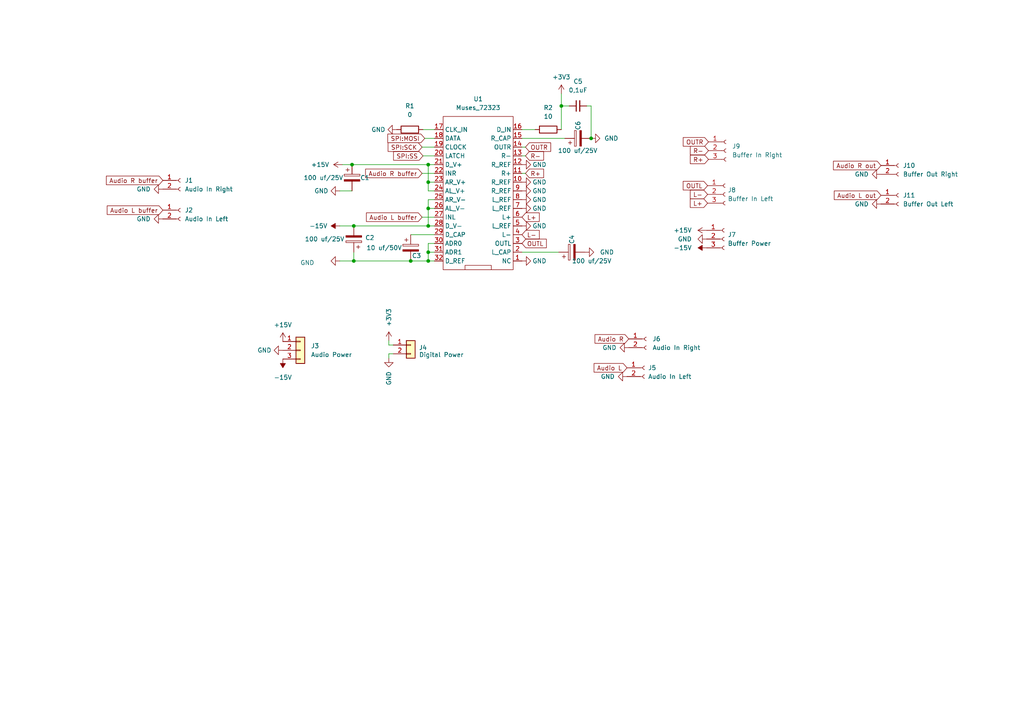
<source format=kicad_sch>
(kicad_sch (version 20231120) (generator "eeschema") (generator_version "8.0")
  (paper "A4")
  (lib_symbols
    (symbol "Connector:Conn_01x02_Female" (pin_names (offset 1.016) hide)
      (property "Reference" "J" (at 0 2.54 0))
      (property "Value" "Conn_01x02_Female" (at 0 -5.08 0))
      (symbol "Conn_01x02_Female_1_1"
        (arc (start 0 -2.032) (mid -0.5058 -2.54) (end 0 -3.048) (stroke (width 0.1524)))
        (polyline (pts (xy -1.27 -2.54) (xy -0.508 -2.54)) (stroke (width 0.1524)))
        (polyline (pts (xy -1.27 0) (xy -0.508 0)) (stroke (width 0.1524)))
        (arc (start 0 0.508) (mid -0.5058 0) (end 0 -0.508) (stroke (width 0.1524)))
        (pin passive line (at -5.08 0 0) (length 3.81) (name "Pin_1") (number "1"))
        (pin passive line (at -5.08 -2.54 0) (length 3.81) (name "Pin_2") (number "2"))
      )
    )
    (symbol "Connector:Conn_01x03_Female" (pin_names (offset 1.016) hide)
      (property "Reference" "J" (at 0 5.08 0))
      (property "Value" "Conn_01x03_Female" (at 0 -5.08 0))
      (symbol "Conn_01x03_Female_1_1"
        (arc (start 0 -2.032) (mid -0.5058 -2.54) (end 0 -3.048) (stroke (width 0.1524)))
        (polyline (pts (xy -1.27 -2.54) (xy -0.508 -2.54)) (stroke (width 0.1524)))
        (polyline (pts (xy -1.27 0) (xy -0.508 0)) (stroke (width 0.1524)))
        (polyline (pts (xy -1.27 2.54) (xy -0.508 2.54)) (stroke (width 0.1524)))
        (arc (start 0 0.508) (mid -0.5058 0) (end 0 -0.508) (stroke (width 0.1524)))
        (arc (start 0 3.048) (mid -0.5058 2.54) (end 0 2.032) (stroke (width 0.1524)))
        (pin passive line (at -5.08 2.54 0) (length 3.81) (name "Pin_1") (number "1"))
        (pin passive line (at -5.08 0 0) (length 3.81) (name "Pin_2") (number "2"))
        (pin passive line (at -5.08 -2.54 0) (length 3.81) (name "Pin_3") (number "3"))
      )
    )
    (symbol "Connector_Generic:Conn_01x02" (pin_names (offset 1.016) hide)
      (property "Reference" "J" (at 0 2.54 0))
      (property "Value" "Conn_01x02" (at 0 -5.08 0))
      (symbol "Conn_01x02_1_1"
        (rectangle (start -1.27 -2.413) (end 0 -2.667) (stroke (width 0.1524)))
        (rectangle (start -1.27 0.127) (end 0 -0.127) (stroke (width 0.1524)))
        (rectangle (start -1.27 1.27) (end 1.27 -3.81) (stroke (width 0.254)) (fill (type background)))
        (pin passive line (at -5.08 0 0) (length 3.81) (name "Pin_1") (number "1"))
        (pin passive line (at -5.08 -2.54 0) (length 3.81) (name "Pin_2") (number "2"))
      )
    )
    (symbol "Connector_Generic:Conn_01x03" (pin_names (offset 1.016) hide)
      (property "Reference" "J" (at 0 5.08 0))
      (property "Value" "Conn_01x03" (at 0 -5.08 0))
      (symbol "Conn_01x03_1_1"
        (rectangle (start -1.27 -2.413) (end 0 -2.667) (stroke (width 0.1524)))
        (rectangle (start -1.27 0.127) (end 0 -0.127) (stroke (width 0.1524)))
        (rectangle (start -1.27 2.667) (end 0 2.413) (stroke (width 0.1524)))
        (rectangle (start -1.27 3.81) (end 1.27 -3.81) (stroke (width 0.254)) (fill (type background)))
        (pin passive line (at -5.08 2.54 0) (length 3.81) (name "Pin_1") (number "1"))
        (pin passive line (at -5.08 0 0) (length 3.81) (name "Pin_2") (number "2"))
        (pin passive line (at -5.08 -2.54 0) (length 3.81) (name "Pin_3") (number "3"))
      )
    )
    (symbol "Device:C_Polarized" (pin_numbers hide) (pin_names (offset 0.254))
      (property "Reference" "C" (at 0.635 2.54 0))
      (property "Value" "C_Polarized" (at 0.635 -2.54 0))
      (symbol "C_Polarized_0_1"
        (rectangle (start -2.286 0.508) (end 2.286 1.016))
        (polyline (pts (xy -1.778 2.286) (xy -0.762 2.286)))
        (polyline (pts (xy -1.27 2.794) (xy -1.27 1.778)))
        (rectangle (start 2.286 -0.508) (end -2.286 -1.016) (fill (type outline)))
      )
      (symbol "C_Polarized_1_1"
        (pin passive line (at 0 3.81 270) (length 2.794) (name "~") (number "1"))
        (pin passive line (at 0 -3.81 90) (length 2.794) (name "~") (number "2"))
      )
    )
    (symbol "Device:C_Small" (pin_numbers hide) (pin_names (offset 0.254) hide)
      (property "Reference" "C" (at 0.254 1.778 0))
      (property "Value" "C_Small" (at 0.254 -2.032 0))
      (symbol "C_Small_0_1"
        (polyline (pts (xy -1.524 -0.508) (xy 1.524 -0.508)) (stroke (width 0.3302)))
        (polyline (pts (xy -1.524 0.508) (xy 1.524 0.508)) (stroke (width 0.3048)))
      )
      (symbol "C_Small_1_1"
        (pin passive line (at 0 2.54 270) (length 2.032) (name "~") (number "1"))
        (pin passive line (at 0 -2.54 90) (length 2.032) (name "~") (number "2"))
      )
    )
    (symbol "Device:R" (pin_numbers hide) (pin_names (offset 0))
      (property "Reference" "R" (at 2.032 0 90))
      (property "Value" "R" (at 0 0 90))
      (symbol "R_0_1"
        (rectangle (start -1.016 -2.54) (end 1.016 2.54) (stroke (width 0.254)))
      )
      (symbol "R_1_1"
        (pin passive line (at 0 3.81 270) (length 1.27) (name "~") (number "1"))
        (pin passive line (at 0 -3.81 90) (length 1.27) (name "~") (number "2"))
      )
    )
    (symbol "muses72323:Muses_72323"
      (property "Reference" "U" (at 0 0 0))
      (property "Value" "Muses_72323" (at 0 5.08 0))
      (symbol "Muses_72323_0_0"
        (pin unspecified line (at 0 0 180) (length 2.54) (name "NC") (number "1"))
        (pin unspecified line (at 0 22.86 180) (length 2.54) (name "R_REF") (number "10"))
        (pin unspecified line (at 0 25.4 180) (length 2.54) (name "R+") (number "11"))
        (pin unspecified line (at 0 27.94 180) (length 2.54) (name "R_REF") (number "12"))
        (pin unspecified line (at 0 30.48 180) (length 2.54) (name "R-") (number "13"))
        (pin unspecified line (at 0 33.02 180) (length 2.54) (name "OUTR") (number "14"))
        (pin unspecified line (at 0 35.56 180) (length 2.54) (name "R_CAP") (number "15"))
        (pin unspecified line (at 0 38.1 180) (length 2.54) (name "D_IN") (number "16"))
        (pin unspecified line (at -25.4 38.1 0) (length 2.54) (name "CLK_IN") (number "17"))
        (pin unspecified line (at -25.4 35.56 0) (length 2.54) (name "DATA") (number "18"))
        (pin unspecified line (at -25.4 33.02 0) (length 2.54) (name "CLOCK") (number "19"))
        (pin unspecified line (at 0 2.54 180) (length 2.54) (name "L_CAP") (number "2"))
        (pin unspecified line (at -25.4 30.48 0) (length 2.54) (name "LATCH") (number "20"))
        (pin unspecified line (at -25.4 27.94 0) (length 2.54) (name "D_V+") (number "21"))
        (pin unspecified line (at -25.4 25.4 0) (length 2.54) (name "INR") (number "22"))
        (pin unspecified line (at -25.4 22.86 0) (length 2.54) (name "AR_V+") (number "23"))
        (pin unspecified line (at -25.4 20.32 0) (length 2.54) (name "AL_V+") (number "24"))
        (pin unspecified line (at -25.4 17.78 0) (length 2.54) (name "AR_V-") (number "25"))
        (pin unspecified line (at -25.4 15.24 0) (length 2.54) (name "AL_V-") (number "26"))
        (pin unspecified line (at -25.4 12.7 0) (length 2.54) (name "INL") (number "27"))
        (pin unspecified line (at -25.4 10.16 0) (length 2.54) (name "D_V-") (number "28"))
        (pin unspecified line (at -25.4 7.62 0) (length 2.54) (name "D_CAP") (number "29"))
        (pin unspecified line (at 0 5.08 180) (length 2.54) (name "OUTL") (number "3"))
        (pin unspecified line (at -25.4 5.08 0) (length 2.54) (name "ADR0") (number "30"))
        (pin unspecified line (at -25.4 2.54 0) (length 2.54) (name "ADR1") (number "31"))
        (pin unspecified line (at -25.4 0 0) (length 2.54) (name "D_REF") (number "32"))
        (pin unspecified line (at 0 7.62 180) (length 2.54) (name "L-") (number "4"))
        (pin unspecified line (at 0 10.16 180) (length 2.54) (name "L_REF") (number "5"))
        (pin unspecified line (at 0 12.7 180) (length 2.54) (name "L+") (number "6"))
        (pin unspecified line (at 0 15.24 180) (length 2.54) (name "L_REF") (number "7"))
        (pin unspecified line (at 0 17.78 180) (length 2.54) (name "L_REF") (number "8"))
        (pin unspecified line (at 0 20.32 180) (length 2.54) (name "R_REF") (number "9"))
      )
      (symbol "Muses_72323_0_1"
        (polyline (pts (xy -16.51 -2.54) (xy -16.51 -1.27) (xy -8.89 -1.27) (xy -8.89 -2.54)))
        (polyline (pts (xy -22.86 39.37) (xy -22.86 -2.54) (xy -2.54 -2.54) (xy -2.54 41.91) (xy -22.86 41.91) (xy -22.86 39.37)))
      )
    )
    (symbol "power:+15V" (power) (pin_names (offset 0))
      (property "Value" "+15V" (at 0 3.556 0))
      (symbol "+15V_0_1"
        (polyline (pts (xy -0.762 1.27) (xy 0 2.54)))
        (polyline (pts (xy 0 0) (xy 0 2.54)))
        (polyline (pts (xy 0 2.54) (xy 0.762 1.27)))
      )
      (symbol "+15V_1_1"
        (pin power_in line (at 0 0 90) (length 0) hide (name "+15V") (number "1"))
      )
    )
    (symbol "power:+3.3V" (power) (pin_names (offset 0))
      (property "Value" "+3.3V" (at 0 3.556 0))
      (symbol "+3.3V_0_1"
        (polyline (pts (xy -0.762 1.27) (xy 0 2.54)))
        (polyline (pts (xy 0 0) (xy 0 2.54)))
        (polyline (pts (xy 0 2.54) (xy 0.762 1.27)))
      )
      (symbol "+3.3V_1_1"
        (pin power_in line (at 0 0 90) (length 0) hide (name "+3V3") (number "1"))
      )
    )
    (symbol "power:-15V" (power) (pin_names (offset 0))
      (property "Value" "-15V" (at 0 3.81 0))
      (symbol "-15V_0_0"
        (pin power_in line (at 0 0 90) (length 0) hide (name "-15V") (number "1"))
      )
      (symbol "-15V_0_1"
        (polyline (pts (xy 0 0) (xy 0 1.27) (xy 0.762 1.27) (xy 0 2.54) (xy -0.762 1.27) (xy 0 1.27)) (fill (type outline)))
      )
    )
    (symbol "power:GND" (power) (pin_names (offset 0))
      (property "Value" "GND" (at 0 -3.81 0))
      (symbol "GND_0_1"
        (polyline (pts (xy 0 0) (xy 0 -1.27) (xy 1.27 -1.27) (xy 0 -2.54) (xy -1.27 -1.27) (xy 0 -1.27)))
      )
      (symbol "GND_1_1"
        (pin power_in line (at 0 0 270) (length 0) hide (name "GND") (number "1"))
      )
    )
  )
  (junction (at 171.45 40.132))
  (junction (at 124.206 52.832))
  (junction (at 119.126 75.692))
  (junction (at 124.206 75.692))
  (junction (at 124.206 60.452))
  (junction (at 102.616 65.532))
  (junction (at 102.616 75.692))
  (junction (at 124.206 65.532))
  (junction (at 124.206 73.152))
  (junction (at 102.108 47.752))
  (junction (at 124.206 47.752))
  (junction (at 162.814 30.734))
  (wire (pts (xy 124.206 70.612) (xy 124.206 73.152)))
  (wire (pts (xy 124.206 52.832) (xy 125.984 52.832)))
  (wire (pts (xy 122.428 50.292) (xy 125.984 50.292)))
  (wire (pts (xy 124.206 65.532) (xy 125.984 65.532)))
  (wire (pts (xy 112.776 102.616) (xy 112.776 103.886)))
  (wire (pts (xy 171.45 30.734) (xy 171.45 40.132)))
  (wire (pts (xy 102.616 65.532) (xy 124.206 65.532)))
  (wire (pts (xy 122.682 37.592) (xy 125.984 37.592)))
  (wire (pts (xy 170.18 30.734) (xy 171.45 30.734)))
  (wire (pts (xy 151.384 50.292) (xy 152.4 50.292)))
  (wire (pts (xy 125.984 70.612) (xy 124.206 70.612)))
  (wire (pts (xy 162.814 27.178) (xy 162.814 30.734)))
  (wire (pts (xy 119.126 75.692) (xy 124.206 75.692)))
  (wire (pts (xy 151.384 40.132) (xy 163.83 40.132)))
  (wire (pts (xy 151.384 45.212) (xy 152.4 45.212)))
  (wire (pts (xy 125.984 55.372) (xy 124.206 55.372)))
  (wire (pts (xy 122.682 45.212) (xy 125.984 45.212)))
  (wire (pts (xy 122.428 62.992) (xy 125.984 62.992)))
  (wire (pts (xy 124.206 57.912) (xy 124.206 60.452)))
  (wire (pts (xy 124.206 73.152) (xy 124.206 75.692)))
  (wire (pts (xy 102.616 65.532) (xy 98.552 65.532)))
  (wire (pts (xy 112.776 100.076) (xy 114.046 100.076)))
  (wire (pts (xy 124.206 60.452) (xy 125.984 60.452)))
  (wire (pts (xy 102.108 55.372) (xy 98.552 55.372)))
  (wire (pts (xy 125.984 47.752) (xy 124.206 47.752)))
  (wire (pts (xy 112.776 98.806) (xy 112.776 100.076)))
  (wire (pts (xy 151.384 37.592) (xy 155.194 37.592)))
  (wire (pts (xy 124.206 73.152) (xy 125.984 73.152)))
  (wire (pts (xy 162.814 30.734) (xy 162.814 37.592)))
  (wire (pts (xy 125.984 57.912) (xy 124.206 57.912)))
  (wire (pts (xy 102.616 75.692) (xy 119.126 75.692)))
  (wire (pts (xy 102.108 47.752) (xy 99.314 47.752)))
  (wire (pts (xy 162.814 30.734) (xy 165.1 30.734)))
  (wire (pts (xy 122.428 42.672) (xy 125.984 42.672)))
  (wire (pts (xy 124.206 75.692) (xy 125.984 75.692)))
  (wire (pts (xy 98.552 75.692) (xy 102.616 75.692)))
  (wire (pts (xy 124.206 60.452) (xy 124.206 65.532)))
  (wire (pts (xy 114.046 102.616) (xy 112.776 102.616)))
  (wire (pts (xy 124.206 52.832) (xy 124.206 55.372)))
  (wire (pts (xy 102.616 73.152) (xy 102.616 75.692)))
  (wire (pts (xy 102.108 47.752) (xy 124.206 47.752)))
  (wire (pts (xy 151.384 73.152) (xy 162.052 73.152)))
  (wire (pts (xy 119.126 68.072) (xy 125.984 68.072)))
  (wire (pts (xy 124.206 47.752) (xy 124.206 52.832)))
  (wire (pts (xy 123.19 40.132) (xy 125.984 40.132)))
  (wire (pts (xy 151.384 42.672) (xy 152.4 42.672)))
  (global_label "Audio R out" (shape input) (at 255.524 48.006 180) (property "Intersheetrefs" "${INTERSHEET_REFS}" (effects (hide yes))))
  (global_label "L+" (shape input) (at 151.384 62.992 0) (property "Intersheetrefs" "${INTERSHEET_REFS}" (effects (hide yes))))
  (global_label "L-" (shape input) (at 205.232 56.388 180) (property "Intersheetrefs" "${INTERSHEET_REFS}" (effects (hide yes))))
  (global_label "Audio L" (shape input) (at 181.864 106.68 180) (property "Intersheetrefs" "${INTERSHEET_REFS}" (effects (hide yes))))
  (global_label "OUTR" (shape input) (at 205.486 41.148 180) (property "Intersheetrefs" "${INTERSHEET_REFS}" (effects (hide yes))))
  (global_label "OUTR" (shape input) (at 152.4 42.672 0) (property "Intersheetrefs" "${INTERSHEET_REFS}" (effects (hide yes))))
  (global_label "Audio L buffer" (shape input) (at 122.428 62.992 180) (property "Intersheetrefs" "${INTERSHEET_REFS}" (effects (hide yes))))
  (global_label "Audio L out" (shape input) (at 255.524 56.642 180) (property "Intersheetrefs" "${INTERSHEET_REFS}" (effects (hide yes))))
  (global_label "SPI:SS" (shape input) (at 122.682 45.212 180) (property "Intersheetrefs" "${INTERSHEET_REFS}" (effects (hide yes))))
  (global_label "R-" (shape input) (at 152.4 45.212 0) (property "Intersheetrefs" "${INTERSHEET_REFS}" (effects (hide yes))))
  (global_label "OUTL" (shape input) (at 151.384 70.612 0) (property "Intersheetrefs" "${INTERSHEET_REFS}" (effects (hide yes))))
  (global_label "Audio R" (shape input) (at 182.372 98.298 180) (property "Intersheetrefs" "${INTERSHEET_REFS}" (effects (hide yes))))
  (global_label "R+" (shape input) (at 152.4 50.292 0) (property "Intersheetrefs" "${INTERSHEET_REFS}" (effects (hide yes))))
  (global_label "OUTL" (shape input) (at 205.232 53.848 180) (property "Intersheetrefs" "${INTERSHEET_REFS}" (effects (hide yes))))
  (global_label "L-" (shape input) (at 151.384 68.072 0) (property "Intersheetrefs" "${INTERSHEET_REFS}" (effects (hide yes))))
  (global_label "SPI:MOSI" (shape input) (at 123.19 40.132 180) (property "Intersheetrefs" "${INTERSHEET_REFS}" (effects (hide yes))))
  (global_label "Audio R buffer" (shape input) (at 47.244 52.324 180) (property "Intersheetrefs" "${INTERSHEET_REFS}" (effects (hide yes))))
  (global_label "R+" (shape input) (at 205.486 46.228 180) (property "Intersheetrefs" "${INTERSHEET_REFS}" (effects (hide yes))))
  (global_label "L+" (shape input) (at 205.232 58.928 180) (property "Intersheetrefs" "${INTERSHEET_REFS}" (effects (hide yes))))
  (global_label "Audio R buffer" (shape input) (at 122.428 50.292 180) (property "Intersheetrefs" "${INTERSHEET_REFS}" (effects (hide yes))))
  (global_label "Audio L buffer" (shape input) (at 47.244 60.96 180) (property "Intersheetrefs" "${INTERSHEET_REFS}" (effects (hide yes))))
  (global_label "SPI:SCK" (shape input) (at 122.428 42.672 180) (property "Intersheetrefs" "${INTERSHEET_REFS}" (effects (hide yes))))
  (global_label "R-" (shape input) (at 205.486 43.688 180) (property "Intersheetrefs" "${INTERSHEET_REFS}" (effects (hide yes))))
  (symbol (lib_id "Connector:Conn_01x02_Female") (at 52.324 52.324 0) (unit 1)
    (property "Reference" "J1" (at 53.594 52.3239 0) (effects (justify left)))
    (property "Value" "Audio In Right" (at 53.594 54.8639 0) (effects (justify left)))
    (property "Footprint" "Connector_PinHeader_2.54mm:PinHeader_1x02_P2.54mm_Vertical" (effects (hide yes)))
  )
  (symbol (lib_id "power:-15V") (at 98.552 65.532 90) (unit 1)
    (property "Reference" "#PWR07" (effects (hide yes)))
    (property "Value" "-15V" (at 94.996 65.5319 90) (effects (justify left)))
  )
  (symbol (lib_id "power:+3.3V") (at 112.776 98.806 0) (unit 1)
    (property "Reference" "#PWR010" (effects (hide yes)))
    (property "Value" "+3V3" (at 112.7761 94.742 90) (effects (justify left)))
  )
  (symbol (lib_id "Device:C_Polarized") (at 119.126 71.882 0) (unit 1)
    (property "Reference" "C3" (at 122.174 74.168 0) (effects (justify right)))
    (property "Value" "10 uf/50V" (at 116.586 71.882 0) (effects (justify right)))
    (property "Footprint" "Capacitor_THT:CP_Radial_D8.0mm_P3.50mm" (effects (hide yes)))
  )
  (symbol (lib_id "power:GND") (at 98.552 55.372 270) (unit 1)
    (property "Reference" "#PWR06" (effects (hide yes)))
    (property "Value" "GND" (at 95.25 55.3719 90) (effects (justify right)))
  )
  (symbol (lib_id "Device:C_Polarized") (at 167.64 40.132 90) (unit 1)
    (property "Reference" "C6" (at 167.64 35.052 0) (effects (justify right)))
    (property "Value" "100 uf/25V" (at 161.798 43.688 90) (effects (justify right)))
    (property "Footprint" "Capacitor_THT:CP_Radial_D8.0mm_P3.50mm" (effects (hide yes)))
  )
  (symbol (lib_id "power:+15V") (at 204.978 66.802 90) (unit 1)
    (property "Reference" "#PWR025" (effects (hide yes)))
    (property "Value" "+15V" (at 200.66 66.8019 90) (effects (justify left)))
  )
  (symbol (lib_id "Device:C_Small") (at 167.64 30.734 90) (unit 1)
    (property "Reference" "C5" (at 167.6463 23.622 90))
    (property "Value" "0,1uF" (at 167.6463 26.162 90))
    (property "Footprint" "Capacitor_SMD:C_0805_2012Metric_Pad1.15x1.40mm_HandSolder" (effects (hide yes)))
  )
  (symbol (lib_id "muses72323:Muses_72323") (at 151.384 75.692 0) (unit 1)
    (property "Reference" "U1" (at 138.684 28.702 0))
    (property "Value" "Muses_72323" (at 138.684 31.242 0))
    (property "Footprint" "Muses72323v:SOP65P760X145-32N" (effects (hide yes)))
  )
  (symbol (lib_id "power:+15V") (at 82.042 99.06 0) (unit 1)
    (property "Reference" "#PWR03" (effects (hide yes)))
    (property "Value" "+15V" (at 82.042 94.234 0))
  )
  (symbol (lib_id "Connector:Conn_01x02_Female") (at 260.604 56.642 0) (unit 1)
    (property "Reference" "J11" (at 261.874 56.6419 0) (effects (justify left)))
    (property "Value" "Buffer Out Left" (at 261.874 59.1819 0) (effects (justify left)))
    (property "Footprint" "Connector_PinHeader_2.54mm:PinHeader_1x02_P2.54mm_Vertical" (effects (hide yes)))
  )
  (symbol (lib_id "power:GND") (at 47.244 63.5 270) (unit 1)
    (property "Reference" "#PWR02" (effects (hide yes)))
    (property "Value" "GND" (at 43.688 63.4999 90) (effects (justify right)))
  )
  (symbol (lib_id "Device:C_Polarized") (at 165.862 73.152 90) (unit 1)
    (property "Reference" "C4" (at 165.862 68.072 0) (effects (justify right)))
    (property "Value" "100 uf/25V" (at 165.862 75.692 90) (effects (justify right)))
    (property "Footprint" "Capacitor_THT:CP_Radial_D8.0mm_P3.50mm" (effects (hide yes)))
  )
  (symbol (lib_id "power:GND") (at 204.978 69.342 270) (unit 1)
    (property "Reference" "#PWR026" (effects (hide yes)))
    (property "Value" "GND" (at 200.66 69.3419 90) (effects (justify right)))
  )
  (symbol (lib_id "power:GND") (at 151.384 75.692 90) (unit 1)
    (property "Reference" "#PWR019" (effects (hide yes)))
    (property "Value" "GND" (at 156.464 75.692 90))
  )
  (symbol (lib_id "power:GND") (at 115.062 37.592 270) (unit 1)
    (property "Reference" "#PWR012" (effects (hide yes)))
    (property "Value" "GND" (at 107.696 37.592 90) (effects (justify left)))
  )
  (symbol (lib_id "Device:R") (at 118.872 37.592 90) (unit 1)
    (property "Reference" "R1" (at 118.872 30.734 90))
    (property "Value" "0" (at 118.872 33.274 90))
  )
  (symbol (lib_id "power:GND") (at 98.552 75.692 270) (unit 1)
    (property "Reference" "#PWR08" (effects (hide yes)))
    (property "Value" "GND" (at 91.186 76.2 90) (effects (justify right)))
  )
  (symbol (lib_id "power:GND") (at 151.384 57.912 90) (unit 1)
    (property "Reference" "#PWR016" (effects (hide yes)))
    (property "Value" "GND" (at 156.464 57.912 90))
  )
  (symbol (lib_id "Connector:Conn_01x03_Female") (at 210.312 56.388 0) (unit 1)
    (property "Reference" "J8" (at 211.074 55.1179 0) (effects (justify left)))
    (property "Value" "Buffer In Left" (at 211.074 57.6579 0) (effects (justify left)))
    (property "Footprint" "Connector_PinHeader_2.54mm:PinHeader_1x03_P2.54mm_Vertical" (effects (hide yes)))
  )
  (symbol (lib_id "power:GND") (at 151.384 47.752 90) (unit 1)
    (property "Reference" "#PWR013" (effects (hide yes)))
    (property "Value" "GND" (at 156.464 47.752 90))
  )
  (symbol (lib_id "Connector:Conn_01x02_Female") (at 52.324 60.96 0) (unit 1)
    (property "Reference" "J2" (at 53.594 60.9599 0) (effects (justify left)))
    (property "Value" "Audio In Left" (at 53.594 63.4999 0) (effects (justify left)))
    (property "Footprint" "Connector_PinHeader_2.54mm:PinHeader_1x02_P2.54mm_Vertical" (effects (hide yes)))
  )
  (symbol (lib_id "power:-15V") (at 82.042 104.14 180) (unit 1)
    (property "Reference" "#PWR05" (effects (hide yes)))
    (property "Value" "-15V" (at 82.042 109.474 0))
  )
  (symbol (lib_id "power:GND") (at 82.042 101.6 270) (unit 1)
    (property "Reference" "#PWR04" (effects (hide yes)))
    (property "Value" "GND" (at 78.74 101.5999 90) (effects (justify right)))
  )
  (symbol (lib_id "Device:C_Polarized") (at 102.108 51.562 0) (unit 1)
    (property "Reference" "C1" (at 107.188 51.562 0) (effects (justify right)))
    (property "Value" "100 uf/25V" (at 99.568 51.562 0) (effects (justify right)))
    (property "Footprint" "Capacitor_THT:CP_Radial_D8.0mm_P3.50mm" (effects (hide yes)))
  )
  (symbol (lib_id "power:-15V") (at 204.978 71.882 90) (unit 1)
    (property "Reference" "#PWR027" (effects (hide yes)))
    (property "Value" "-15V" (at 200.66 71.8819 90) (effects (justify left)))
  )
  (symbol (lib_id "Connector:Conn_01x03_Female") (at 210.058 69.342 0) (unit 1)
    (property "Reference" "J7" (at 211.074 68.0719 0) (effects (justify left)))
    (property "Value" "Buffer Power" (at 211.074 70.6119 0) (effects (justify left)))
    (property "Footprint" "Connector_PinHeader_2.54mm:PinHeader_1x03_P2.54mm_Vertical" (effects (hide yes)))
  )
  (symbol (lib_id "power:GND") (at 169.672 73.152 90) (unit 1)
    (property "Reference" "#PWR021" (effects (hide yes)))
    (property "Value" "GND" (at 173.99 73.1519 90) (effects (justify right)))
  )
  (symbol (lib_id "power:GND") (at 151.384 60.452 90) (unit 1)
    (property "Reference" "#PWR017" (effects (hide yes)))
    (property "Value" "GND" (at 156.464 60.452 90))
  )
  (symbol (lib_id "Connector:Conn_01x02_Female") (at 187.452 98.298 0) (unit 1)
    (property "Reference" "J6" (at 189.23 98.2979 0) (effects (justify left)))
    (property "Value" "Audio In Right" (at 189.23 100.8379 0) (effects (justify left)))
    (property "Footprint" "Connector_PinHeader_2.54mm:PinHeader_1x02_P2.54mm_Vertical" (effects (hide yes)))
  )
  (symbol (lib_id "Connector_Generic:Conn_01x03") (at 87.122 101.6 0) (unit 1)
    (property "Reference" "J3" (at 90.17 100.3299 0) (effects (justify left)))
    (property "Value" "Audio Power" (at 90.17 102.8699 0) (effects (justify left)))
    (property "Footprint" "TerminalBlock:TerminalBlock_bornier-3_P5.08mm" (effects (hide yes)))
  )
  (symbol (lib_id "power:GND") (at 171.45 40.132 90) (unit 1)
    (property "Reference" "#PWR022" (effects (hide yes)))
    (property "Value" "GND" (at 175.26 40.1319 90) (effects (justify right)))
  )
  (symbol (lib_id "Device:C_Polarized") (at 102.616 69.342 180) (unit 1)
    (property "Reference" "C2" (at 105.918 68.9609 0) (effects (justify right)))
    (property "Value" "100 uf/25V" (at 88.392 69.342 0) (effects (justify right)))
    (property "Footprint" "Capacitor_THT:CP_Radial_D8.0mm_P3.50mm" (effects (hide yes)))
  )
  (symbol (lib_id "Connector:Conn_01x02_Female") (at 186.944 106.68 0) (unit 1)
    (property "Reference" "J5" (at 187.96 106.6799 0) (effects (justify left)))
    (property "Value" "Audio In Left" (at 187.96 109.2199 0) (effects (justify left)))
    (property "Footprint" "Connector_PinHeader_2.54mm:PinHeader_1x02_P2.54mm_Vertical" (effects (hide yes)))
  )
  (symbol (lib_id "power:GND") (at 47.244 54.864 270) (unit 1)
    (property "Reference" "#PWR01" (effects (hide yes)))
    (property "Value" "GND" (at 43.688 54.8639 90) (effects (justify right)))
  )
  (symbol (lib_id "power:+15V") (at 99.314 47.752 90) (unit 1)
    (property "Reference" "#PWR09" (effects (hide yes)))
    (property "Value" "+15V" (at 95.504 47.752 90) (effects (justify left)))
  )
  (symbol (lib_id "power:GND") (at 151.384 55.372 90) (unit 1)
    (property "Reference" "#PWR015" (effects (hide yes)))
    (property "Value" "GND" (at 156.464 55.372 90))
  )
  (symbol (lib_id "power:GND") (at 255.524 59.182 270) (unit 1)
    (property "Reference" "#PWR029" (effects (hide yes)))
    (property "Value" "GND" (at 251.968 59.1819 90) (effects (justify right)))
  )
  (symbol (lib_id "Connector:Conn_01x02_Female") (at 260.604 48.006 0) (unit 1)
    (property "Reference" "J10" (at 261.874 48.0059 0) (effects (justify left)))
    (property "Value" "Buffer Out Right" (at 261.874 50.5459 0) (effects (justify left)))
    (property "Footprint" "Connector_PinHeader_2.54mm:PinHeader_1x02_P2.54mm_Vertical" (effects (hide yes)))
  )
  (symbol (lib_id "Connector_Generic:Conn_01x02") (at 119.126 100.076 0) (unit 1)
    (property "Reference" "J4" (at 122.682 100.838 0))
    (property "Value" "Digital Power" (at 128.016 102.8954 0))
    (property "Footprint" "TerminalBlock:TerminalBlock_bornier-2_P5.08mm" (effects (hide yes)))
  )
  (symbol (lib_id "power:GND") (at 182.372 100.838 270) (unit 1)
    (property "Reference" "#PWR024" (effects (hide yes)))
    (property "Value" "GND" (at 178.816 100.8379 90) (effects (justify right)))
  )
  (symbol (lib_id "power:GND") (at 255.524 50.546 270) (unit 1)
    (property "Reference" "#PWR028" (effects (hide yes)))
    (property "Value" "GND" (at 251.968 50.5459 90) (effects (justify right)))
  )
  (symbol (lib_id "power:GND") (at 181.864 109.22 270) (unit 1)
    (property "Reference" "#PWR023" (effects (hide yes)))
    (property "Value" "GND" (at 178.308 109.2199 90) (effects (justify right)))
  )
  (symbol (lib_id "Connector:Conn_01x03_Female") (at 210.566 43.688 0) (unit 1)
    (property "Reference" "J9" (at 212.344 42.4179 0) (effects (justify left)))
    (property "Value" "Buffer In Right" (at 212.344 44.9579 0) (effects (justify left)))
    (property "Footprint" "Connector_PinHeader_2.54mm:PinHeader_1x03_P2.54mm_Vertical" (effects (hide yes)))
  )
  (symbol (lib_id "power:GND") (at 151.384 52.832 90) (unit 1)
    (property "Reference" "#PWR014" (effects (hide yes)))
    (property "Value" "GND" (at 156.464 52.832 90))
  )
  (symbol (lib_id "power:+3.3V") (at 162.814 27.178 0) (unit 1)
    (property "Reference" "#PWR020" (effects (hide yes)))
    (property "Value" "+3V3" (at 162.814 22.352 0))
  )
  (symbol (lib_id "power:GND") (at 151.384 65.532 90) (unit 1)
    (property "Reference" "#PWR018" (effects (hide yes)))
    (property "Value" "GND" (at 156.464 65.532 90))
  )
  (symbol (lib_id "power:GND") (at 112.776 103.886 0) (unit 1)
    (property "Reference" "#PWR011" (effects (hide yes)))
    (property "Value" "GND" (at 112.7761 107.696 90) (effects (justify right)))
  )
  (symbol (lib_id "Device:R") (at 159.004 37.592 90) (unit 1)
    (property "Reference" "R2" (at 159.004 31.242 90))
    (property "Value" "10" (at 159.004 33.782 90))
  )
)
</source>
